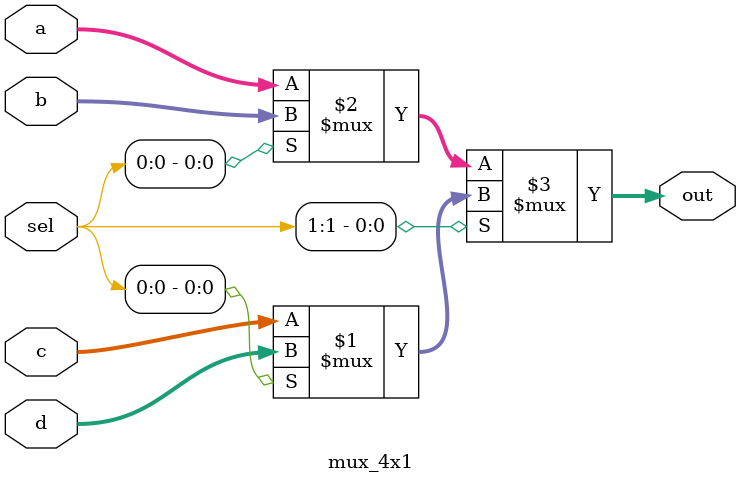
<source format=sv>
`timescale 1ns / 1ps


module mux_4x1 #(parameter DATA_WIDTH=16)
	(
		input [DATA_WIDTH-1:0] a,
		input [DATA_WIDTH-1:0] b,
		input [DATA_WIDTH-1:0] c,
		input [DATA_WIDTH-1:0] d,
		
		input [1:0] sel,
		
		output logic [DATA_WIDTH-1:0] out
    );
	
		assign out = sel[1] ? (sel[0] ? d : c) : (sel[0] ? b : a) ;
		
endmodule

</source>
